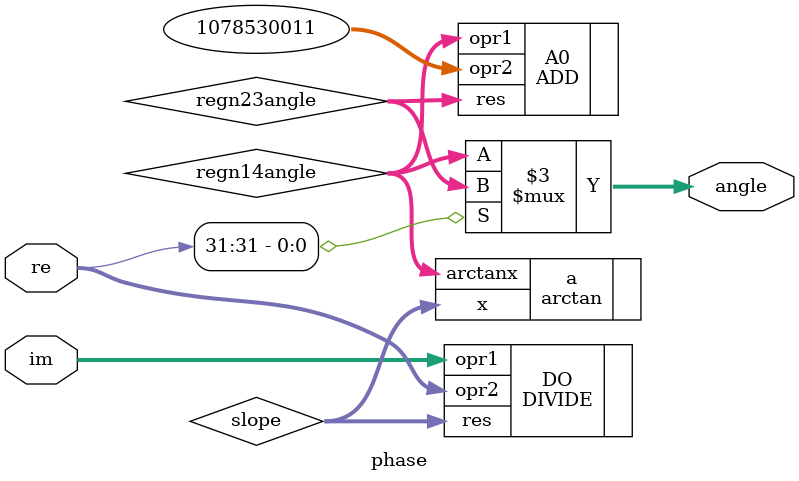
<source format=v>
`timescale 1ns / 1ps
module phase (input[31:0] re, input [31:0] im, output reg[31:0] angle );

  

  wire [31:0] regn14angle;

  wire [31:0] regn23angle;

 

  wire [31:0] slope;

 

  DIVIDE DO (.opr1(im), .opr2(re), .res(slope));

 

  arctan a (.x(slope), .arctanx(regn14angle));

 

  ADD A0 (.opr1(regn14angle), .opr2(32'h40490FDB), .res(regn23angle));

 

  always @(*) begin

    if(re[31])begin

      angle = regn23angle;

    end else begin

      angle = regn14angle;

    end

  end

 

endmodule
</source>
